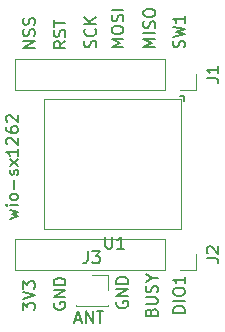
<source format=gbr>
%TF.GenerationSoftware,KiCad,Pcbnew,8.0.6-8.0.6-0~ubuntu24.04.1*%
%TF.CreationDate,2025-04-08T22:12:19-04:00*%
%TF.ProjectId,super-mini-mesh-kicad,73757065-722d-46d6-996e-692d6d657368,rev?*%
%TF.SameCoordinates,Original*%
%TF.FileFunction,Legend,Top*%
%TF.FilePolarity,Positive*%
%FSLAX46Y46*%
G04 Gerber Fmt 4.6, Leading zero omitted, Abs format (unit mm)*
G04 Created by KiCad (PCBNEW 8.0.6-8.0.6-0~ubuntu24.04.1) date 2025-04-08 22:12:19*
%MOMM*%
%LPD*%
G01*
G04 APERTURE LIST*
%ADD10C,0.150000*%
%ADD11C,0.120000*%
%ADD12C,0.127000*%
G04 APERTURE END LIST*
D10*
X120589160Y-37284104D02*
X121065350Y-37284104D01*
X120493922Y-37569819D02*
X120827255Y-36569819D01*
X120827255Y-36569819D02*
X121160588Y-37569819D01*
X121493922Y-37569819D02*
X121493922Y-36569819D01*
X121493922Y-36569819D02*
X122065350Y-37569819D01*
X122065350Y-37569819D02*
X122065350Y-36569819D01*
X122398684Y-36569819D02*
X122970112Y-36569819D01*
X122684398Y-37569819D02*
X122684398Y-36569819D01*
X129822200Y-14210839D02*
X129869819Y-14067982D01*
X129869819Y-14067982D02*
X129869819Y-13829887D01*
X129869819Y-13829887D02*
X129822200Y-13734649D01*
X129822200Y-13734649D02*
X129774580Y-13687030D01*
X129774580Y-13687030D02*
X129679342Y-13639411D01*
X129679342Y-13639411D02*
X129584104Y-13639411D01*
X129584104Y-13639411D02*
X129488866Y-13687030D01*
X129488866Y-13687030D02*
X129441247Y-13734649D01*
X129441247Y-13734649D02*
X129393628Y-13829887D01*
X129393628Y-13829887D02*
X129346009Y-14020363D01*
X129346009Y-14020363D02*
X129298390Y-14115601D01*
X129298390Y-14115601D02*
X129250771Y-14163220D01*
X129250771Y-14163220D02*
X129155533Y-14210839D01*
X129155533Y-14210839D02*
X129060295Y-14210839D01*
X129060295Y-14210839D02*
X128965057Y-14163220D01*
X128965057Y-14163220D02*
X128917438Y-14115601D01*
X128917438Y-14115601D02*
X128869819Y-14020363D01*
X128869819Y-14020363D02*
X128869819Y-13782268D01*
X128869819Y-13782268D02*
X128917438Y-13639411D01*
X128869819Y-13306077D02*
X129869819Y-13067982D01*
X129869819Y-13067982D02*
X129155533Y-12877506D01*
X129155533Y-12877506D02*
X129869819Y-12687030D01*
X129869819Y-12687030D02*
X128869819Y-12448935D01*
X129869819Y-11544173D02*
X129869819Y-12115601D01*
X129869819Y-11829887D02*
X128869819Y-11829887D01*
X128869819Y-11829887D02*
X129012676Y-11925125D01*
X129012676Y-11925125D02*
X129107914Y-12020363D01*
X129107914Y-12020363D02*
X129155533Y-12115601D01*
X127369819Y-14163220D02*
X126369819Y-14163220D01*
X126369819Y-14163220D02*
X127084104Y-13829887D01*
X127084104Y-13829887D02*
X126369819Y-13496554D01*
X126369819Y-13496554D02*
X127369819Y-13496554D01*
X127369819Y-13020363D02*
X126369819Y-13020363D01*
X127322200Y-12591792D02*
X127369819Y-12448935D01*
X127369819Y-12448935D02*
X127369819Y-12210840D01*
X127369819Y-12210840D02*
X127322200Y-12115602D01*
X127322200Y-12115602D02*
X127274580Y-12067983D01*
X127274580Y-12067983D02*
X127179342Y-12020364D01*
X127179342Y-12020364D02*
X127084104Y-12020364D01*
X127084104Y-12020364D02*
X126988866Y-12067983D01*
X126988866Y-12067983D02*
X126941247Y-12115602D01*
X126941247Y-12115602D02*
X126893628Y-12210840D01*
X126893628Y-12210840D02*
X126846009Y-12401316D01*
X126846009Y-12401316D02*
X126798390Y-12496554D01*
X126798390Y-12496554D02*
X126750771Y-12544173D01*
X126750771Y-12544173D02*
X126655533Y-12591792D01*
X126655533Y-12591792D02*
X126560295Y-12591792D01*
X126560295Y-12591792D02*
X126465057Y-12544173D01*
X126465057Y-12544173D02*
X126417438Y-12496554D01*
X126417438Y-12496554D02*
X126369819Y-12401316D01*
X126369819Y-12401316D02*
X126369819Y-12163221D01*
X126369819Y-12163221D02*
X126417438Y-12020364D01*
X126369819Y-11401316D02*
X126369819Y-11210840D01*
X126369819Y-11210840D02*
X126417438Y-11115602D01*
X126417438Y-11115602D02*
X126512676Y-11020364D01*
X126512676Y-11020364D02*
X126703152Y-10972745D01*
X126703152Y-10972745D02*
X127036485Y-10972745D01*
X127036485Y-10972745D02*
X127226961Y-11020364D01*
X127226961Y-11020364D02*
X127322200Y-11115602D01*
X127322200Y-11115602D02*
X127369819Y-11210840D01*
X127369819Y-11210840D02*
X127369819Y-11401316D01*
X127369819Y-11401316D02*
X127322200Y-11496554D01*
X127322200Y-11496554D02*
X127226961Y-11591792D01*
X127226961Y-11591792D02*
X127036485Y-11639411D01*
X127036485Y-11639411D02*
X126703152Y-11639411D01*
X126703152Y-11639411D02*
X126512676Y-11591792D01*
X126512676Y-11591792D02*
X126417438Y-11496554D01*
X126417438Y-11496554D02*
X126369819Y-11401316D01*
X124669819Y-14163220D02*
X123669819Y-14163220D01*
X123669819Y-14163220D02*
X124384104Y-13829887D01*
X124384104Y-13829887D02*
X123669819Y-13496554D01*
X123669819Y-13496554D02*
X124669819Y-13496554D01*
X123669819Y-12829887D02*
X123669819Y-12639411D01*
X123669819Y-12639411D02*
X123717438Y-12544173D01*
X123717438Y-12544173D02*
X123812676Y-12448935D01*
X123812676Y-12448935D02*
X124003152Y-12401316D01*
X124003152Y-12401316D02*
X124336485Y-12401316D01*
X124336485Y-12401316D02*
X124526961Y-12448935D01*
X124526961Y-12448935D02*
X124622200Y-12544173D01*
X124622200Y-12544173D02*
X124669819Y-12639411D01*
X124669819Y-12639411D02*
X124669819Y-12829887D01*
X124669819Y-12829887D02*
X124622200Y-12925125D01*
X124622200Y-12925125D02*
X124526961Y-13020363D01*
X124526961Y-13020363D02*
X124336485Y-13067982D01*
X124336485Y-13067982D02*
X124003152Y-13067982D01*
X124003152Y-13067982D02*
X123812676Y-13020363D01*
X123812676Y-13020363D02*
X123717438Y-12925125D01*
X123717438Y-12925125D02*
X123669819Y-12829887D01*
X124622200Y-12020363D02*
X124669819Y-11877506D01*
X124669819Y-11877506D02*
X124669819Y-11639411D01*
X124669819Y-11639411D02*
X124622200Y-11544173D01*
X124622200Y-11544173D02*
X124574580Y-11496554D01*
X124574580Y-11496554D02*
X124479342Y-11448935D01*
X124479342Y-11448935D02*
X124384104Y-11448935D01*
X124384104Y-11448935D02*
X124288866Y-11496554D01*
X124288866Y-11496554D02*
X124241247Y-11544173D01*
X124241247Y-11544173D02*
X124193628Y-11639411D01*
X124193628Y-11639411D02*
X124146009Y-11829887D01*
X124146009Y-11829887D02*
X124098390Y-11925125D01*
X124098390Y-11925125D02*
X124050771Y-11972744D01*
X124050771Y-11972744D02*
X123955533Y-12020363D01*
X123955533Y-12020363D02*
X123860295Y-12020363D01*
X123860295Y-12020363D02*
X123765057Y-11972744D01*
X123765057Y-11972744D02*
X123717438Y-11925125D01*
X123717438Y-11925125D02*
X123669819Y-11829887D01*
X123669819Y-11829887D02*
X123669819Y-11591792D01*
X123669819Y-11591792D02*
X123717438Y-11448935D01*
X124669819Y-11020363D02*
X123669819Y-11020363D01*
X122322200Y-14210839D02*
X122369819Y-14067982D01*
X122369819Y-14067982D02*
X122369819Y-13829887D01*
X122369819Y-13829887D02*
X122322200Y-13734649D01*
X122322200Y-13734649D02*
X122274580Y-13687030D01*
X122274580Y-13687030D02*
X122179342Y-13639411D01*
X122179342Y-13639411D02*
X122084104Y-13639411D01*
X122084104Y-13639411D02*
X121988866Y-13687030D01*
X121988866Y-13687030D02*
X121941247Y-13734649D01*
X121941247Y-13734649D02*
X121893628Y-13829887D01*
X121893628Y-13829887D02*
X121846009Y-14020363D01*
X121846009Y-14020363D02*
X121798390Y-14115601D01*
X121798390Y-14115601D02*
X121750771Y-14163220D01*
X121750771Y-14163220D02*
X121655533Y-14210839D01*
X121655533Y-14210839D02*
X121560295Y-14210839D01*
X121560295Y-14210839D02*
X121465057Y-14163220D01*
X121465057Y-14163220D02*
X121417438Y-14115601D01*
X121417438Y-14115601D02*
X121369819Y-14020363D01*
X121369819Y-14020363D02*
X121369819Y-13782268D01*
X121369819Y-13782268D02*
X121417438Y-13639411D01*
X122274580Y-12639411D02*
X122322200Y-12687030D01*
X122322200Y-12687030D02*
X122369819Y-12829887D01*
X122369819Y-12829887D02*
X122369819Y-12925125D01*
X122369819Y-12925125D02*
X122322200Y-13067982D01*
X122322200Y-13067982D02*
X122226961Y-13163220D01*
X122226961Y-13163220D02*
X122131723Y-13210839D01*
X122131723Y-13210839D02*
X121941247Y-13258458D01*
X121941247Y-13258458D02*
X121798390Y-13258458D01*
X121798390Y-13258458D02*
X121607914Y-13210839D01*
X121607914Y-13210839D02*
X121512676Y-13163220D01*
X121512676Y-13163220D02*
X121417438Y-13067982D01*
X121417438Y-13067982D02*
X121369819Y-12925125D01*
X121369819Y-12925125D02*
X121369819Y-12829887D01*
X121369819Y-12829887D02*
X121417438Y-12687030D01*
X121417438Y-12687030D02*
X121465057Y-12639411D01*
X122369819Y-12210839D02*
X121369819Y-12210839D01*
X122369819Y-11639411D02*
X121798390Y-12067982D01*
X121369819Y-11639411D02*
X121941247Y-12210839D01*
X119769819Y-13691792D02*
X119293628Y-14025125D01*
X119769819Y-14263220D02*
X118769819Y-14263220D01*
X118769819Y-14263220D02*
X118769819Y-13882268D01*
X118769819Y-13882268D02*
X118817438Y-13787030D01*
X118817438Y-13787030D02*
X118865057Y-13739411D01*
X118865057Y-13739411D02*
X118960295Y-13691792D01*
X118960295Y-13691792D02*
X119103152Y-13691792D01*
X119103152Y-13691792D02*
X119198390Y-13739411D01*
X119198390Y-13739411D02*
X119246009Y-13787030D01*
X119246009Y-13787030D02*
X119293628Y-13882268D01*
X119293628Y-13882268D02*
X119293628Y-14263220D01*
X119722200Y-13310839D02*
X119769819Y-13167982D01*
X119769819Y-13167982D02*
X119769819Y-12929887D01*
X119769819Y-12929887D02*
X119722200Y-12834649D01*
X119722200Y-12834649D02*
X119674580Y-12787030D01*
X119674580Y-12787030D02*
X119579342Y-12739411D01*
X119579342Y-12739411D02*
X119484104Y-12739411D01*
X119484104Y-12739411D02*
X119388866Y-12787030D01*
X119388866Y-12787030D02*
X119341247Y-12834649D01*
X119341247Y-12834649D02*
X119293628Y-12929887D01*
X119293628Y-12929887D02*
X119246009Y-13120363D01*
X119246009Y-13120363D02*
X119198390Y-13215601D01*
X119198390Y-13215601D02*
X119150771Y-13263220D01*
X119150771Y-13263220D02*
X119055533Y-13310839D01*
X119055533Y-13310839D02*
X118960295Y-13310839D01*
X118960295Y-13310839D02*
X118865057Y-13263220D01*
X118865057Y-13263220D02*
X118817438Y-13215601D01*
X118817438Y-13215601D02*
X118769819Y-13120363D01*
X118769819Y-13120363D02*
X118769819Y-12882268D01*
X118769819Y-12882268D02*
X118817438Y-12739411D01*
X118769819Y-12453696D02*
X118769819Y-11882268D01*
X119769819Y-12167982D02*
X118769819Y-12167982D01*
X117169819Y-14263220D02*
X116169819Y-14263220D01*
X116169819Y-14263220D02*
X117169819Y-13691792D01*
X117169819Y-13691792D02*
X116169819Y-13691792D01*
X117122200Y-13263220D02*
X117169819Y-13120363D01*
X117169819Y-13120363D02*
X117169819Y-12882268D01*
X117169819Y-12882268D02*
X117122200Y-12787030D01*
X117122200Y-12787030D02*
X117074580Y-12739411D01*
X117074580Y-12739411D02*
X116979342Y-12691792D01*
X116979342Y-12691792D02*
X116884104Y-12691792D01*
X116884104Y-12691792D02*
X116788866Y-12739411D01*
X116788866Y-12739411D02*
X116741247Y-12787030D01*
X116741247Y-12787030D02*
X116693628Y-12882268D01*
X116693628Y-12882268D02*
X116646009Y-13072744D01*
X116646009Y-13072744D02*
X116598390Y-13167982D01*
X116598390Y-13167982D02*
X116550771Y-13215601D01*
X116550771Y-13215601D02*
X116455533Y-13263220D01*
X116455533Y-13263220D02*
X116360295Y-13263220D01*
X116360295Y-13263220D02*
X116265057Y-13215601D01*
X116265057Y-13215601D02*
X116217438Y-13167982D01*
X116217438Y-13167982D02*
X116169819Y-13072744D01*
X116169819Y-13072744D02*
X116169819Y-12834649D01*
X116169819Y-12834649D02*
X116217438Y-12691792D01*
X117122200Y-12310839D02*
X117169819Y-12167982D01*
X117169819Y-12167982D02*
X117169819Y-11929887D01*
X117169819Y-11929887D02*
X117122200Y-11834649D01*
X117122200Y-11834649D02*
X117074580Y-11787030D01*
X117074580Y-11787030D02*
X116979342Y-11739411D01*
X116979342Y-11739411D02*
X116884104Y-11739411D01*
X116884104Y-11739411D02*
X116788866Y-11787030D01*
X116788866Y-11787030D02*
X116741247Y-11834649D01*
X116741247Y-11834649D02*
X116693628Y-11929887D01*
X116693628Y-11929887D02*
X116646009Y-12120363D01*
X116646009Y-12120363D02*
X116598390Y-12215601D01*
X116598390Y-12215601D02*
X116550771Y-12263220D01*
X116550771Y-12263220D02*
X116455533Y-12310839D01*
X116455533Y-12310839D02*
X116360295Y-12310839D01*
X116360295Y-12310839D02*
X116265057Y-12263220D01*
X116265057Y-12263220D02*
X116217438Y-12215601D01*
X116217438Y-12215601D02*
X116169819Y-12120363D01*
X116169819Y-12120363D02*
X116169819Y-11882268D01*
X116169819Y-11882268D02*
X116217438Y-11739411D01*
X116169819Y-36458458D02*
X116169819Y-35839411D01*
X116169819Y-35839411D02*
X116550771Y-36172744D01*
X116550771Y-36172744D02*
X116550771Y-36029887D01*
X116550771Y-36029887D02*
X116598390Y-35934649D01*
X116598390Y-35934649D02*
X116646009Y-35887030D01*
X116646009Y-35887030D02*
X116741247Y-35839411D01*
X116741247Y-35839411D02*
X116979342Y-35839411D01*
X116979342Y-35839411D02*
X117074580Y-35887030D01*
X117074580Y-35887030D02*
X117122200Y-35934649D01*
X117122200Y-35934649D02*
X117169819Y-36029887D01*
X117169819Y-36029887D02*
X117169819Y-36315601D01*
X117169819Y-36315601D02*
X117122200Y-36410839D01*
X117122200Y-36410839D02*
X117074580Y-36458458D01*
X116169819Y-35553696D02*
X117169819Y-35220363D01*
X117169819Y-35220363D02*
X116169819Y-34887030D01*
X116169819Y-34648934D02*
X116169819Y-34029887D01*
X116169819Y-34029887D02*
X116550771Y-34363220D01*
X116550771Y-34363220D02*
X116550771Y-34220363D01*
X116550771Y-34220363D02*
X116598390Y-34125125D01*
X116598390Y-34125125D02*
X116646009Y-34077506D01*
X116646009Y-34077506D02*
X116741247Y-34029887D01*
X116741247Y-34029887D02*
X116979342Y-34029887D01*
X116979342Y-34029887D02*
X117074580Y-34077506D01*
X117074580Y-34077506D02*
X117122200Y-34125125D01*
X117122200Y-34125125D02*
X117169819Y-34220363D01*
X117169819Y-34220363D02*
X117169819Y-34506077D01*
X117169819Y-34506077D02*
X117122200Y-34601315D01*
X117122200Y-34601315D02*
X117074580Y-34648934D01*
X118817438Y-35839411D02*
X118769819Y-35934649D01*
X118769819Y-35934649D02*
X118769819Y-36077506D01*
X118769819Y-36077506D02*
X118817438Y-36220363D01*
X118817438Y-36220363D02*
X118912676Y-36315601D01*
X118912676Y-36315601D02*
X119007914Y-36363220D01*
X119007914Y-36363220D02*
X119198390Y-36410839D01*
X119198390Y-36410839D02*
X119341247Y-36410839D01*
X119341247Y-36410839D02*
X119531723Y-36363220D01*
X119531723Y-36363220D02*
X119626961Y-36315601D01*
X119626961Y-36315601D02*
X119722200Y-36220363D01*
X119722200Y-36220363D02*
X119769819Y-36077506D01*
X119769819Y-36077506D02*
X119769819Y-35982268D01*
X119769819Y-35982268D02*
X119722200Y-35839411D01*
X119722200Y-35839411D02*
X119674580Y-35791792D01*
X119674580Y-35791792D02*
X119341247Y-35791792D01*
X119341247Y-35791792D02*
X119341247Y-35982268D01*
X119769819Y-35363220D02*
X118769819Y-35363220D01*
X118769819Y-35363220D02*
X119769819Y-34791792D01*
X119769819Y-34791792D02*
X118769819Y-34791792D01*
X119769819Y-34315601D02*
X118769819Y-34315601D01*
X118769819Y-34315601D02*
X118769819Y-34077506D01*
X118769819Y-34077506D02*
X118817438Y-33934649D01*
X118817438Y-33934649D02*
X118912676Y-33839411D01*
X118912676Y-33839411D02*
X119007914Y-33791792D01*
X119007914Y-33791792D02*
X119198390Y-33744173D01*
X119198390Y-33744173D02*
X119341247Y-33744173D01*
X119341247Y-33744173D02*
X119531723Y-33791792D01*
X119531723Y-33791792D02*
X119626961Y-33839411D01*
X119626961Y-33839411D02*
X119722200Y-33934649D01*
X119722200Y-33934649D02*
X119769819Y-34077506D01*
X119769819Y-34077506D02*
X119769819Y-34315601D01*
X129869819Y-36663220D02*
X128869819Y-36663220D01*
X128869819Y-36663220D02*
X128869819Y-36425125D01*
X128869819Y-36425125D02*
X128917438Y-36282268D01*
X128917438Y-36282268D02*
X129012676Y-36187030D01*
X129012676Y-36187030D02*
X129107914Y-36139411D01*
X129107914Y-36139411D02*
X129298390Y-36091792D01*
X129298390Y-36091792D02*
X129441247Y-36091792D01*
X129441247Y-36091792D02*
X129631723Y-36139411D01*
X129631723Y-36139411D02*
X129726961Y-36187030D01*
X129726961Y-36187030D02*
X129822200Y-36282268D01*
X129822200Y-36282268D02*
X129869819Y-36425125D01*
X129869819Y-36425125D02*
X129869819Y-36663220D01*
X129869819Y-35663220D02*
X128869819Y-35663220D01*
X128869819Y-34996554D02*
X128869819Y-34806078D01*
X128869819Y-34806078D02*
X128917438Y-34710840D01*
X128917438Y-34710840D02*
X129012676Y-34615602D01*
X129012676Y-34615602D02*
X129203152Y-34567983D01*
X129203152Y-34567983D02*
X129536485Y-34567983D01*
X129536485Y-34567983D02*
X129726961Y-34615602D01*
X129726961Y-34615602D02*
X129822200Y-34710840D01*
X129822200Y-34710840D02*
X129869819Y-34806078D01*
X129869819Y-34806078D02*
X129869819Y-34996554D01*
X129869819Y-34996554D02*
X129822200Y-35091792D01*
X129822200Y-35091792D02*
X129726961Y-35187030D01*
X129726961Y-35187030D02*
X129536485Y-35234649D01*
X129536485Y-35234649D02*
X129203152Y-35234649D01*
X129203152Y-35234649D02*
X129012676Y-35187030D01*
X129012676Y-35187030D02*
X128917438Y-35091792D01*
X128917438Y-35091792D02*
X128869819Y-34996554D01*
X129869819Y-33615602D02*
X129869819Y-34187030D01*
X129869819Y-33901316D02*
X128869819Y-33901316D01*
X128869819Y-33901316D02*
X129012676Y-33996554D01*
X129012676Y-33996554D02*
X129107914Y-34091792D01*
X129107914Y-34091792D02*
X129155533Y-34187030D01*
X127046009Y-36629887D02*
X127093628Y-36487030D01*
X127093628Y-36487030D02*
X127141247Y-36439411D01*
X127141247Y-36439411D02*
X127236485Y-36391792D01*
X127236485Y-36391792D02*
X127379342Y-36391792D01*
X127379342Y-36391792D02*
X127474580Y-36439411D01*
X127474580Y-36439411D02*
X127522200Y-36487030D01*
X127522200Y-36487030D02*
X127569819Y-36582268D01*
X127569819Y-36582268D02*
X127569819Y-36963220D01*
X127569819Y-36963220D02*
X126569819Y-36963220D01*
X126569819Y-36963220D02*
X126569819Y-36629887D01*
X126569819Y-36629887D02*
X126617438Y-36534649D01*
X126617438Y-36534649D02*
X126665057Y-36487030D01*
X126665057Y-36487030D02*
X126760295Y-36439411D01*
X126760295Y-36439411D02*
X126855533Y-36439411D01*
X126855533Y-36439411D02*
X126950771Y-36487030D01*
X126950771Y-36487030D02*
X126998390Y-36534649D01*
X126998390Y-36534649D02*
X127046009Y-36629887D01*
X127046009Y-36629887D02*
X127046009Y-36963220D01*
X126569819Y-35963220D02*
X127379342Y-35963220D01*
X127379342Y-35963220D02*
X127474580Y-35915601D01*
X127474580Y-35915601D02*
X127522200Y-35867982D01*
X127522200Y-35867982D02*
X127569819Y-35772744D01*
X127569819Y-35772744D02*
X127569819Y-35582268D01*
X127569819Y-35582268D02*
X127522200Y-35487030D01*
X127522200Y-35487030D02*
X127474580Y-35439411D01*
X127474580Y-35439411D02*
X127379342Y-35391792D01*
X127379342Y-35391792D02*
X126569819Y-35391792D01*
X127522200Y-34963220D02*
X127569819Y-34820363D01*
X127569819Y-34820363D02*
X127569819Y-34582268D01*
X127569819Y-34582268D02*
X127522200Y-34487030D01*
X127522200Y-34487030D02*
X127474580Y-34439411D01*
X127474580Y-34439411D02*
X127379342Y-34391792D01*
X127379342Y-34391792D02*
X127284104Y-34391792D01*
X127284104Y-34391792D02*
X127188866Y-34439411D01*
X127188866Y-34439411D02*
X127141247Y-34487030D01*
X127141247Y-34487030D02*
X127093628Y-34582268D01*
X127093628Y-34582268D02*
X127046009Y-34772744D01*
X127046009Y-34772744D02*
X126998390Y-34867982D01*
X126998390Y-34867982D02*
X126950771Y-34915601D01*
X126950771Y-34915601D02*
X126855533Y-34963220D01*
X126855533Y-34963220D02*
X126760295Y-34963220D01*
X126760295Y-34963220D02*
X126665057Y-34915601D01*
X126665057Y-34915601D02*
X126617438Y-34867982D01*
X126617438Y-34867982D02*
X126569819Y-34772744D01*
X126569819Y-34772744D02*
X126569819Y-34534649D01*
X126569819Y-34534649D02*
X126617438Y-34391792D01*
X127093628Y-33772744D02*
X127569819Y-33772744D01*
X126569819Y-34106077D02*
X127093628Y-33772744D01*
X127093628Y-33772744D02*
X126569819Y-33439411D01*
X124117438Y-35739411D02*
X124069819Y-35834649D01*
X124069819Y-35834649D02*
X124069819Y-35977506D01*
X124069819Y-35977506D02*
X124117438Y-36120363D01*
X124117438Y-36120363D02*
X124212676Y-36215601D01*
X124212676Y-36215601D02*
X124307914Y-36263220D01*
X124307914Y-36263220D02*
X124498390Y-36310839D01*
X124498390Y-36310839D02*
X124641247Y-36310839D01*
X124641247Y-36310839D02*
X124831723Y-36263220D01*
X124831723Y-36263220D02*
X124926961Y-36215601D01*
X124926961Y-36215601D02*
X125022200Y-36120363D01*
X125022200Y-36120363D02*
X125069819Y-35977506D01*
X125069819Y-35977506D02*
X125069819Y-35882268D01*
X125069819Y-35882268D02*
X125022200Y-35739411D01*
X125022200Y-35739411D02*
X124974580Y-35691792D01*
X124974580Y-35691792D02*
X124641247Y-35691792D01*
X124641247Y-35691792D02*
X124641247Y-35882268D01*
X125069819Y-35263220D02*
X124069819Y-35263220D01*
X124069819Y-35263220D02*
X125069819Y-34691792D01*
X125069819Y-34691792D02*
X124069819Y-34691792D01*
X125069819Y-34215601D02*
X124069819Y-34215601D01*
X124069819Y-34215601D02*
X124069819Y-33977506D01*
X124069819Y-33977506D02*
X124117438Y-33834649D01*
X124117438Y-33834649D02*
X124212676Y-33739411D01*
X124212676Y-33739411D02*
X124307914Y-33691792D01*
X124307914Y-33691792D02*
X124498390Y-33644173D01*
X124498390Y-33644173D02*
X124641247Y-33644173D01*
X124641247Y-33644173D02*
X124831723Y-33691792D01*
X124831723Y-33691792D02*
X124926961Y-33739411D01*
X124926961Y-33739411D02*
X125022200Y-33834649D01*
X125022200Y-33834649D02*
X125069819Y-33977506D01*
X125069819Y-33977506D02*
X125069819Y-34215601D01*
X121666666Y-31484819D02*
X121666666Y-32199104D01*
X121666666Y-32199104D02*
X121619047Y-32341961D01*
X121619047Y-32341961D02*
X121523809Y-32437200D01*
X121523809Y-32437200D02*
X121380952Y-32484819D01*
X121380952Y-32484819D02*
X121285714Y-32484819D01*
X122047619Y-31484819D02*
X122666666Y-31484819D01*
X122666666Y-31484819D02*
X122333333Y-31865771D01*
X122333333Y-31865771D02*
X122476190Y-31865771D01*
X122476190Y-31865771D02*
X122571428Y-31913390D01*
X122571428Y-31913390D02*
X122619047Y-31961009D01*
X122619047Y-31961009D02*
X122666666Y-32056247D01*
X122666666Y-32056247D02*
X122666666Y-32294342D01*
X122666666Y-32294342D02*
X122619047Y-32389580D01*
X122619047Y-32389580D02*
X122571428Y-32437200D01*
X122571428Y-32437200D02*
X122476190Y-32484819D01*
X122476190Y-32484819D02*
X122190476Y-32484819D01*
X122190476Y-32484819D02*
X122095238Y-32437200D01*
X122095238Y-32437200D02*
X122047619Y-32389580D01*
X131724819Y-32073333D02*
X132439104Y-32073333D01*
X132439104Y-32073333D02*
X132581961Y-32120952D01*
X132581961Y-32120952D02*
X132677200Y-32216190D01*
X132677200Y-32216190D02*
X132724819Y-32359047D01*
X132724819Y-32359047D02*
X132724819Y-32454285D01*
X131820057Y-31644761D02*
X131772438Y-31597142D01*
X131772438Y-31597142D02*
X131724819Y-31501904D01*
X131724819Y-31501904D02*
X131724819Y-31263809D01*
X131724819Y-31263809D02*
X131772438Y-31168571D01*
X131772438Y-31168571D02*
X131820057Y-31120952D01*
X131820057Y-31120952D02*
X131915295Y-31073333D01*
X131915295Y-31073333D02*
X132010533Y-31073333D01*
X132010533Y-31073333D02*
X132153390Y-31120952D01*
X132153390Y-31120952D02*
X132724819Y-31692380D01*
X132724819Y-31692380D02*
X132724819Y-31073333D01*
X123156845Y-30254819D02*
X123156845Y-31064342D01*
X123156845Y-31064342D02*
X123204464Y-31159580D01*
X123204464Y-31159580D02*
X123252083Y-31207200D01*
X123252083Y-31207200D02*
X123347321Y-31254819D01*
X123347321Y-31254819D02*
X123537797Y-31254819D01*
X123537797Y-31254819D02*
X123633035Y-31207200D01*
X123633035Y-31207200D02*
X123680654Y-31159580D01*
X123680654Y-31159580D02*
X123728273Y-31064342D01*
X123728273Y-31064342D02*
X123728273Y-30254819D01*
X124728273Y-31254819D02*
X124156845Y-31254819D01*
X124442559Y-31254819D02*
X124442559Y-30254819D01*
X124442559Y-30254819D02*
X124347321Y-30397676D01*
X124347321Y-30397676D02*
X124252083Y-30492914D01*
X124252083Y-30492914D02*
X124156845Y-30540533D01*
X115088152Y-28704761D02*
X115754819Y-28514285D01*
X115754819Y-28514285D02*
X115278628Y-28323809D01*
X115278628Y-28323809D02*
X115754819Y-28133333D01*
X115754819Y-28133333D02*
X115088152Y-27942857D01*
X115754819Y-27561904D02*
X115088152Y-27561904D01*
X114754819Y-27561904D02*
X114802438Y-27609523D01*
X114802438Y-27609523D02*
X114850057Y-27561904D01*
X114850057Y-27561904D02*
X114802438Y-27514285D01*
X114802438Y-27514285D02*
X114754819Y-27561904D01*
X114754819Y-27561904D02*
X114850057Y-27561904D01*
X115754819Y-26942857D02*
X115707200Y-27038095D01*
X115707200Y-27038095D02*
X115659580Y-27085714D01*
X115659580Y-27085714D02*
X115564342Y-27133333D01*
X115564342Y-27133333D02*
X115278628Y-27133333D01*
X115278628Y-27133333D02*
X115183390Y-27085714D01*
X115183390Y-27085714D02*
X115135771Y-27038095D01*
X115135771Y-27038095D02*
X115088152Y-26942857D01*
X115088152Y-26942857D02*
X115088152Y-26800000D01*
X115088152Y-26800000D02*
X115135771Y-26704762D01*
X115135771Y-26704762D02*
X115183390Y-26657143D01*
X115183390Y-26657143D02*
X115278628Y-26609524D01*
X115278628Y-26609524D02*
X115564342Y-26609524D01*
X115564342Y-26609524D02*
X115659580Y-26657143D01*
X115659580Y-26657143D02*
X115707200Y-26704762D01*
X115707200Y-26704762D02*
X115754819Y-26800000D01*
X115754819Y-26800000D02*
X115754819Y-26942857D01*
X115373866Y-26180952D02*
X115373866Y-25419048D01*
X115707200Y-24990476D02*
X115754819Y-24895238D01*
X115754819Y-24895238D02*
X115754819Y-24704762D01*
X115754819Y-24704762D02*
X115707200Y-24609524D01*
X115707200Y-24609524D02*
X115611961Y-24561905D01*
X115611961Y-24561905D02*
X115564342Y-24561905D01*
X115564342Y-24561905D02*
X115469104Y-24609524D01*
X115469104Y-24609524D02*
X115421485Y-24704762D01*
X115421485Y-24704762D02*
X115421485Y-24847619D01*
X115421485Y-24847619D02*
X115373866Y-24942857D01*
X115373866Y-24942857D02*
X115278628Y-24990476D01*
X115278628Y-24990476D02*
X115231009Y-24990476D01*
X115231009Y-24990476D02*
X115135771Y-24942857D01*
X115135771Y-24942857D02*
X115088152Y-24847619D01*
X115088152Y-24847619D02*
X115088152Y-24704762D01*
X115088152Y-24704762D02*
X115135771Y-24609524D01*
X115754819Y-24228571D02*
X115088152Y-23704762D01*
X115088152Y-24228571D02*
X115754819Y-23704762D01*
X115754819Y-22800000D02*
X115754819Y-23371428D01*
X115754819Y-23085714D02*
X114754819Y-23085714D01*
X114754819Y-23085714D02*
X114897676Y-23180952D01*
X114897676Y-23180952D02*
X114992914Y-23276190D01*
X114992914Y-23276190D02*
X115040533Y-23371428D01*
X114850057Y-22419047D02*
X114802438Y-22371428D01*
X114802438Y-22371428D02*
X114754819Y-22276190D01*
X114754819Y-22276190D02*
X114754819Y-22038095D01*
X114754819Y-22038095D02*
X114802438Y-21942857D01*
X114802438Y-21942857D02*
X114850057Y-21895238D01*
X114850057Y-21895238D02*
X114945295Y-21847619D01*
X114945295Y-21847619D02*
X115040533Y-21847619D01*
X115040533Y-21847619D02*
X115183390Y-21895238D01*
X115183390Y-21895238D02*
X115754819Y-22466666D01*
X115754819Y-22466666D02*
X115754819Y-21847619D01*
X114754819Y-20990476D02*
X114754819Y-21180952D01*
X114754819Y-21180952D02*
X114802438Y-21276190D01*
X114802438Y-21276190D02*
X114850057Y-21323809D01*
X114850057Y-21323809D02*
X114992914Y-21419047D01*
X114992914Y-21419047D02*
X115183390Y-21466666D01*
X115183390Y-21466666D02*
X115564342Y-21466666D01*
X115564342Y-21466666D02*
X115659580Y-21419047D01*
X115659580Y-21419047D02*
X115707200Y-21371428D01*
X115707200Y-21371428D02*
X115754819Y-21276190D01*
X115754819Y-21276190D02*
X115754819Y-21085714D01*
X115754819Y-21085714D02*
X115707200Y-20990476D01*
X115707200Y-20990476D02*
X115659580Y-20942857D01*
X115659580Y-20942857D02*
X115564342Y-20895238D01*
X115564342Y-20895238D02*
X115326247Y-20895238D01*
X115326247Y-20895238D02*
X115231009Y-20942857D01*
X115231009Y-20942857D02*
X115183390Y-20990476D01*
X115183390Y-20990476D02*
X115135771Y-21085714D01*
X115135771Y-21085714D02*
X115135771Y-21276190D01*
X115135771Y-21276190D02*
X115183390Y-21371428D01*
X115183390Y-21371428D02*
X115231009Y-21419047D01*
X115231009Y-21419047D02*
X115326247Y-21466666D01*
X114850057Y-20514285D02*
X114802438Y-20466666D01*
X114802438Y-20466666D02*
X114754819Y-20371428D01*
X114754819Y-20371428D02*
X114754819Y-20133333D01*
X114754819Y-20133333D02*
X114802438Y-20038095D01*
X114802438Y-20038095D02*
X114850057Y-19990476D01*
X114850057Y-19990476D02*
X114945295Y-19942857D01*
X114945295Y-19942857D02*
X115040533Y-19942857D01*
X115040533Y-19942857D02*
X115183390Y-19990476D01*
X115183390Y-19990476D02*
X115754819Y-20561904D01*
X115754819Y-20561904D02*
X115754819Y-19942857D01*
X131724819Y-16833333D02*
X132439104Y-16833333D01*
X132439104Y-16833333D02*
X132581961Y-16880952D01*
X132581961Y-16880952D02*
X132677200Y-16976190D01*
X132677200Y-16976190D02*
X132724819Y-17119047D01*
X132724819Y-17119047D02*
X132724819Y-17214285D01*
X132724819Y-15833333D02*
X132724819Y-16404761D01*
X132724819Y-16119047D02*
X131724819Y-16119047D01*
X131724819Y-16119047D02*
X131867676Y-16214285D01*
X131867676Y-16214285D02*
X131962914Y-16309523D01*
X131962914Y-16309523D02*
X132010533Y-16404761D01*
D11*
%TO.C,J3*%
X120670000Y-36010000D02*
X120670000Y-36130000D01*
X120670000Y-36130000D02*
X123330000Y-36130000D01*
X122000000Y-33470000D02*
X123330000Y-33470000D01*
X123330000Y-33470000D02*
X123330000Y-34800000D01*
X123330000Y-36010000D02*
X123330000Y-36130000D01*
%TO.C,J2*%
X115470000Y-30410000D02*
X115470000Y-33070000D01*
X128230000Y-30410000D02*
X115470000Y-30410000D01*
X128230000Y-30410000D02*
X128230000Y-33070000D01*
X128230000Y-33070000D02*
X115470000Y-33070000D01*
X130830000Y-31740000D02*
X130830000Y-33070000D01*
X130830000Y-33070000D02*
X129500000Y-33070000D01*
%TO.C,U1*%
X117990000Y-18600000D02*
X129590000Y-18600000D01*
X117990000Y-29600000D02*
X117990000Y-18600000D01*
D12*
X129463000Y-18346000D02*
X129844000Y-18346000D01*
D11*
X129590000Y-18600000D02*
X129590000Y-29600000D01*
X129590000Y-29600000D02*
X117990000Y-29600000D01*
D12*
X129844000Y-18346000D02*
X129844000Y-18727000D01*
D11*
%TO.C,J1*%
X115470000Y-15170000D02*
X115470000Y-17830000D01*
X128230000Y-15170000D02*
X115470000Y-15170000D01*
X128230000Y-15170000D02*
X128230000Y-17830000D01*
X128230000Y-17830000D02*
X115470000Y-17830000D01*
X130830000Y-16500000D02*
X130830000Y-17830000D01*
X130830000Y-17830000D02*
X129500000Y-17830000D01*
%TD*%
M02*

</source>
